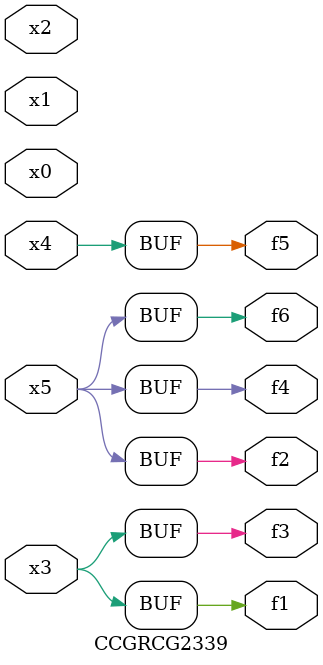
<source format=v>
module CCGRCG2339(
	input x0, x1, x2, x3, x4, x5,
	output f1, f2, f3, f4, f5, f6
);
	assign f1 = x3;
	assign f2 = x5;
	assign f3 = x3;
	assign f4 = x5;
	assign f5 = x4;
	assign f6 = x5;
endmodule

</source>
